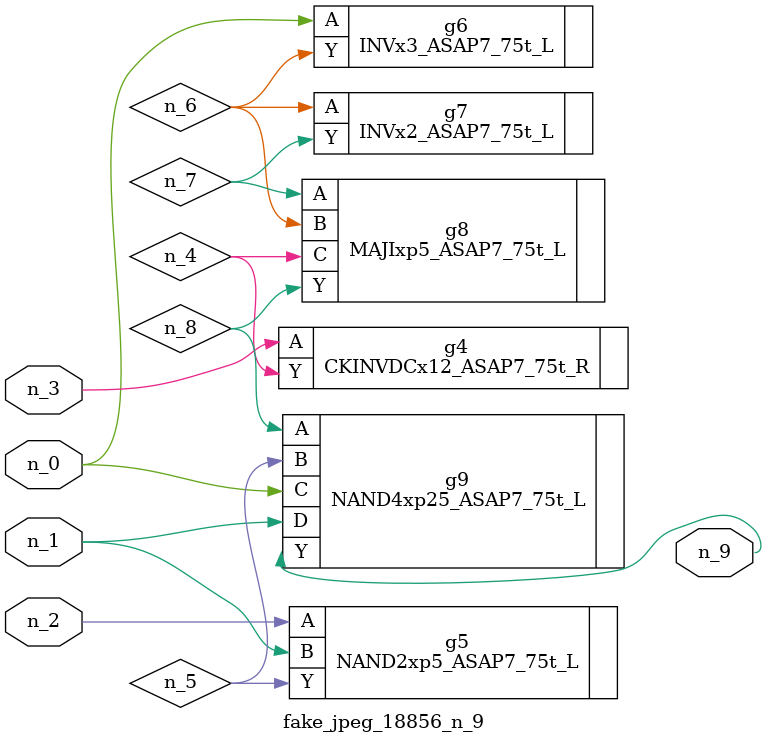
<source format=v>
module fake_jpeg_18856_n_9 (n_0, n_3, n_2, n_1, n_9);

input n_0;
input n_3;
input n_2;
input n_1;

output n_9;

wire n_4;
wire n_8;
wire n_6;
wire n_5;
wire n_7;

CKINVDCx12_ASAP7_75t_R g4 ( 
.A(n_3),
.Y(n_4)
);

NAND2xp5_ASAP7_75t_L g5 ( 
.A(n_2),
.B(n_1),
.Y(n_5)
);

INVx3_ASAP7_75t_L g6 ( 
.A(n_0),
.Y(n_6)
);

INVx2_ASAP7_75t_L g7 ( 
.A(n_6),
.Y(n_7)
);

MAJIxp5_ASAP7_75t_L g8 ( 
.A(n_7),
.B(n_6),
.C(n_4),
.Y(n_8)
);

NAND4xp25_ASAP7_75t_L g9 ( 
.A(n_8),
.B(n_5),
.C(n_0),
.D(n_1),
.Y(n_9)
);


endmodule
</source>
